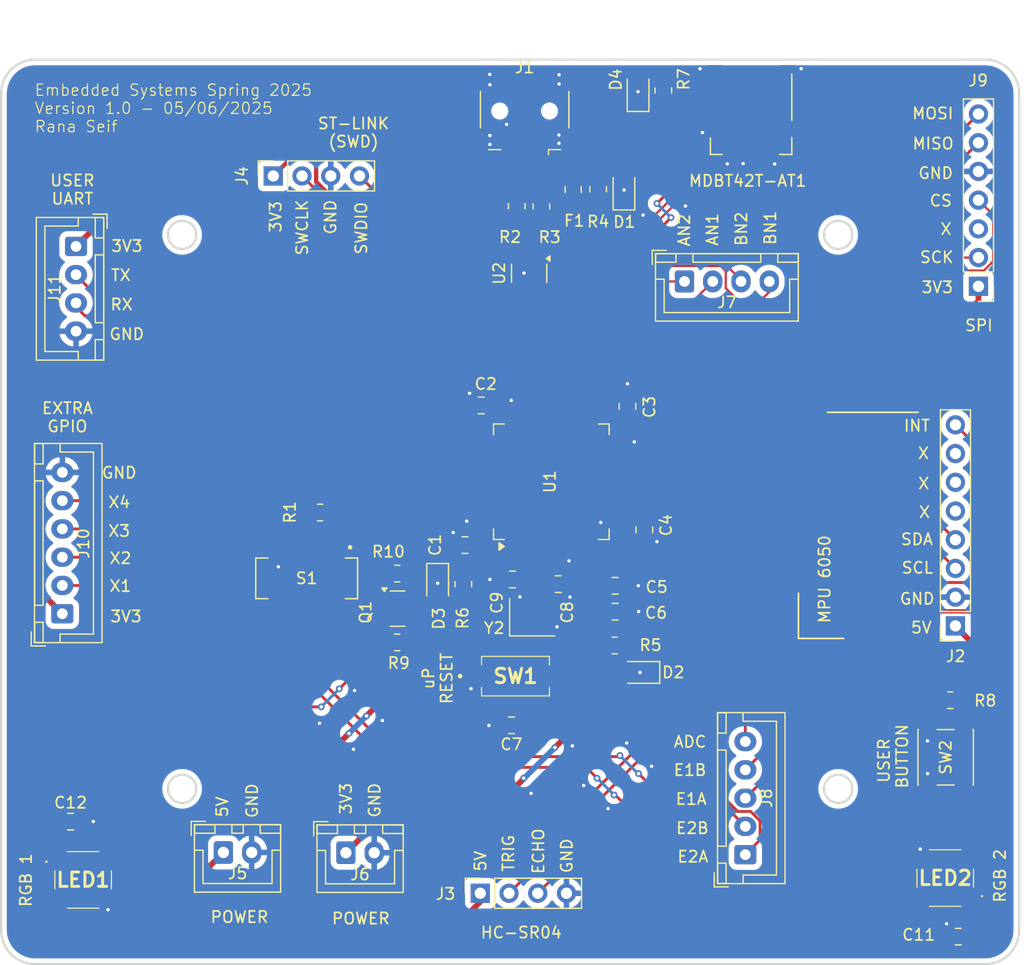
<source format=kicad_pcb>
(kicad_pcb (version 20241229) (generator "pcbnew") (generator_version "9.0")
  (layers (0 "F.Cu" signal) (2 "B.Cu" signal) (13 "F.Paste" user) (15 "B.Paste" user) (5 "F.SilkS" user "F.Silkscreen") (7 "B.SilkS" user "B.Silkscreen") (1 "F.Mask" user) (3 "B.Mask" user) (25 "Edge.Cuts" user))
  (net 0 "")
  (net 2 "/PS2_SCK")
  (net 3 "/PS2_MISO")
  (net 5 "/PS2_CS")
  (net 6 "/PS2_MOSI")
  (net 7 "Net-(U1-PA1)")
  (net 9 "/X4")
  (net 10 "/X3")
  (net 11 "/X1")
  (net 12 "/X2")
  (net 13 "/USER_TX")
  (net 16 "/USER_RX")
  (net 21 "/RESET")
  (net 28 "+3V3")
  (net 29 "GND")
  (net 33 "Net-(R1-Pad2)")
  (net 34 "/BOOT")
  (net 35 "/OSC_OUT")
  (net 36 "/OSC_IN")
  (net 37 "Net-(D1-A)")
  (net 39 "/D+")
  (net 40 "/D-")
  (net 41 "Net-(J1-VBUS)")
  (net 42 "/USB_CONN_D+")
  (net 43 "/USB_CONN_D-")
  (net 44 "Vusb")
  (net 45 "/USB_D+")
  (net 46 "/USB_D-")
  (net 47 "Net-(D2-A)")
  (net 48 "Net-(D3-A)")
  (net 49 "/USER_LED")
  (net 51 "+5V")
  (net 52 "/IMU_INT")
  (net 54 "/IMU_I2C_SCL")
  (net 56 "/IMU_I2C_SDA")
  (net 65 "Net-(D4-A)")
  (net 66 "/BL_WAKEUP")
  (net 67 "/BL_RX")
  (net 68 "/BL_TX")
  (net 69 "Net-(MDBT42T-AT1-INDICATOR)")
  (net 70 "/ULTRA_TRIG")
  (net 71 "/ULTRA_ECHO")
  (net 72 "/SWCLK")
  (net 73 "/SWDIO")
  (net 74 "/uBUTTON")
  (net 75 "/BN1")
  (net 76 "/AN1")
  (net 77 "/AN2")
  (net 78 "/BN2")
  (net 79 "/E2A")
  (net 80 "/E2B")
  (net 81 "/E1A")
  (net 82 "/E1B")
  (net 83 "/PWR_ADC")
  (net 84 "Net-(LED1-DOUT)")
  (net 85 "Net-(LED1-DIN)")
  (net 87 "/RGB_DIN")
  (footprint "Resistor_SMD:R_0805_2012Metric_Pad1.20x1.40mm_HandSolder" (layer "F.Cu") (at 137.68 42.715 -90)
    (property "Reference" "R2")
    (property "Value" "22")
  )
  (footprint "Package_QFP:LQFP-64_10x10mm_P0.5mm" (layer "F.Cu") (at 140.74 67.085 90)
    (property "Reference" "U1")
    (property "Value" "STM32F103RCTx")
  )
  (footprint "Resistor_SMD:R_0805_2012Metric_Pad1.20x1.40mm_HandSolder" (layer "F.Cu") (at 127.1175 81.3 180)
    (property "Reference" "R9")
    (property "Value" "10k")
  )
  (footprint "Resistor_SMD:R_0805_2012Metric_Pad1.20x1.40mm_HandSolder" (layer "F.Cu") (at 139.86 42.735 90)
    (property "Reference" "R3")
    (property "Value" "22")
  )
  (footprint "Capacitor_SMD:C_0805_2012Metric_Pad1.18x1.45mm_HandSolder" (layer "F.Cu") (at 98.2375 97.15)
    (property "Reference" "C12")
    (property "Value" "0.1uF")
  )
  (footprint "Connector_JST:JST_XH_B2B-XH-A_1x02_P2.50mm_Vertical" (layer "F.Cu") (at 122.58 99.9)
    (property "Reference" "J6")
    (property "Value" "CONN_3V3")
  )
  (footprint "Connector_PinHeader_2.54mm:PinHeader_1x07_P2.54mm_Vertical" (layer "F.Cu") (at 178.5 49.8 180)
    (property "Reference" "J9")
    (property "Value" "CONN_PS2")
  )
  (footprint "Connector_JST:JST_XH_B5B-XH-A_1x05_P2.50mm_Vertical" (layer "F.Cu") (at 157.89 100.07 90)
    (property "Reference" "J8")
    (property "Value" "CONN_HAL")
  )
  (footprint "Connector_PinSocket_2.54mm:PinSocket_1x08_P2.54mm_Vertical" (layer "F.Cu") (at 176.465 79.835 180)
    (property "Reference" "J2")
    (property "Value" "CONN_MPU6050")
  )
  (footprint "LED_SMD:LED_0805_2012Metric_Pad1.15x1.40mm_HandSolder" (layer "F.Cu") (at 148.41 32.475 90)
    (property "Reference" "D4")
    (property "Value" "BL_IND_LED")
  )
  (footprint "Package_TO_SOT_SMD:SOT-23" (layer "F.Cu") (at 127.1475 78.31)
    (property "Reference" "Q1")
    (property "Value" "BSS138")
  )
  (footprint "LED_SMD:LED_0805_2012Metric_Pad1.15x1.40mm_HandSolder" (layer "F.Cu") (at 130.69 76.18 -90)
    (property "Reference" "D3")
    (property "Value" "USER_LED")
  )
  (footprint "Resistor_SMD:R_0805_2012Metric_Pad1.20x1.40mm_HandSolder" (layer "F.Cu") (at 146.3475 81.57)
    (property "Reference" "R5")
    (property "Value" "10k")
  )
  (footprint "RGB_LED:INPI55TATPRPGPB" (layer "F.Cu") (at 99.35 102.3)
    (property "Reference" "LED1")
    (property "Value" "IN-PI55TATPRPGPB" (hide yes))
  )
  (footprint "Fuse:Fuse_0805_2012Metric_Pad1.15x1.40mm_HandSolder" (layer "F.Cu") (at 142.67 41.235 -90)
    (property "Reference" "F1")
    (property "Value" "PTCSMD")
  )
  (footprint "Capacitor_SMD:C_0805_2012Metric_Pad1.18x1.45mm_HandSolder" (layer "F.Cu") (at 137.3 75.73 180)
    (property "Reference" "C9")
    (property "Value" "22pF")
  )
  (footprint "Resistor_SMD:R_0805_2012Metric_Pad1.20x1.40mm_HandSolder" (layer "F.Cu") (at 127.1175 75.21 180)
    (property "Reference" "R10")
    (property "Value" "10k")
  )
  (footprint "Connector_PinSocket_2.54mm:PinSocket_1x04_P2.54mm_Vertical" (layer "F.Cu") (at 116.16 40.04 90)
    (property "Reference" "J4")
    (property "Value" "CONN_SWD")
  )
  (footprint "Resistor_SMD:R_0805_2012Metric_Pad1.20x1.40mm_HandSolder" (layer "F.Cu") (at 176 86.41)
    (property "Reference" "R8")
    (property "Value" "10k")
  )
  (footprint "Connector_JST:JST_XH_B4B-XH-A_1x04_P2.50mm_Vertical" (layer "F.Cu") (at 98.72 46.27 -90)
    (property "Reference" "J11")
    (property "Value" "CONN_UART")
  )
  (footprint "MDBT42T-AT:MDBT42T" (layer "F.Cu") (at 158.4 32.54)
    (property "Reference" "MDBT42T-AT1" (hide yes))
    (property "Value" "MDBT42T-AT" (hide yes))
  )
  (footprint "Capacitor_SMD:C_0805_2012Metric_Pad1.18x1.45mm_HandSolder" (layer "F.Cu") (at 134.54 60.34 180)
    (property "Reference" "C2")
    (property "Value" "0.1uF")
  )
  (footprint "Resistor_SMD:R_0805_2012Metric_Pad1.20x1.40mm_HandSolder" (layer "F.Cu") (at 132.96 76.15 -90)
    (property "Reference" "R6")
    (property "Value" "10k")
  )
  (footprint "Resistor_SMD:R_0805_2012Metric_Pad1.20x1.40mm_HandSolder" (layer "F.Cu") (at 150.64 32.475 90)
    (property "Reference" "R7")
    (property "Value" "10k")
  )
  (footprint "Capacitor_SMD:C_0805_2012Metric_Pad1.18x1.45mm_HandSolder" (layer "F.Cu") (at 148.96 71.34 -90)
    (property "Reference" "C4")
    (property "Value" "0.1uF")
  )
  (footprint "Package_TO_SOT_SMD:SOT-23-6" (layer "F.Cu") (at 138.78 48.6475 -90)
    (property "Reference" "U2")
    (property "Value" "USBLC6-2SC6")
  )
  (footprint "Capacitor_SMD:C_0805_2012Metric_Pad1.18x1.45mm_HandSolder" (layer "F.Cu") (at 146.39 76.29)
    (property "Reference" "C5")
    (property "Value" "0.1uF")
  )
  (footprint "Connector_PinSocket_2.54mm:PinSocket_1x04_P2.54mm_Vertical" (layer "F.Cu") (at 134.46 103.485 90)
    (property "Reference" "J3")
    (property "Value" "CONN_ULTRA")
  )
  (footprint "Connector_JST:JST_XH_B4B-XH-A_1x04_P2.50mm_Vertical" (layer "F.Cu") (at 152.51 49.37)
    (property "Reference" "J7")
    (property "Value" "CONN_DRIVE")
  )
  (footprint "Crystal:Crystal_SMD_Abracon_ABM8G-4Pin_3.2x2.5mm" (layer "F.Cu") (at 139.0525 79.07)
    (property "Reference" "Y2")
    (property "Value" "16MHz")
  )
  (footprint "SW_uP_Reset:SW_uP_Reset" (layer "F.Cu") (at 137.57 84.28)
    (property "Reference" "SW1")
    (property "Value" "SW_uP_Reset" (hide yes))
  )
  (footprint "Capacitor_SMD:C_0805_2012Metric_Pad1.18x1.45mm_HandSolder" (layer "F.Cu") (at 146.39 78.58)
    (property "Reference" "C6")
    (property "Value" "10uF")
  )
  (footprint "Connector_JST:JST_XH_B2B-XH-A_1x02_P2.50mm_Vertical" (layer "F.Cu") (at 111.75 99.875)
    (property "Reference" "J5")
    (property "Value" "CONN_5V")
  )
  (footprint "LED_SMD:LED_0805_2012Metric_Pad1.15x1.40mm_HandSolder" (layer "F.Cu") (at 148.4675 83.95 180)
    (property "Reference" "D2")
    (property "Value" "uP_PWR_LED")
  )
  (footprint "Capacitor_SMD:C_0805_2012Metric_Pad1.18x1.45mm_HandSolder" (layer "F.Cu") (at 133.1 72.69 180)
    (property "Reference" "C1")
    (property "Value" "0.1uF")
  )
  (footprint "RGB_LED:INPI55TATPRPGPB" (layer "F.Cu") (at 175.56 102.14 180)
    (property "Reference" "LED2")
    (property "Value" "IN-PI55TATPRPGPB" (hide yes))
  )
  (footprint "Capacitor_SMD:C_0805_2012Metric_Pad1.18x1.45mm_HandSolder" (layer "F.Cu") (at 141.35 76.14)
    (property "Reference" "C8")
    (property "Value" "22pF")
  )
  (footprint "Resistor_SMD:R_0805_2012Metric_Pad1.20x1.40mm_HandSolder" (layer "F.Cu") (at 120.3 69.81 180)
    (property "Reference" "R1")
    (property "Value" "10k")
  )
  (footprint "Connector_JST:JST_XH_B6B-XH-A_1x06_P2.50mm_Vertical" (layer "F.Cu") (at 97.51 78.76 90)
    (property "Reference" "J10")
    (property "Value" "CONN_TRACK")
  )
  (footprint "Capacitor_SMD:C_0805_2012Metric_Pad1.18x1.45mm_HandSolder" (layer "F.Cu") (at 147.47 60.42 90)
    (property "Reference" "C3")
    (property "Value" "0.1uF")
  )
  (footprint "Button_Switch_SMD:SW_SPST_PTS647_Sx50" (layer "F.Cu") (at 175.6 91.46 -90)
    (property "Reference" "SW2")
    (property "Value" "SW_USER")
  )
  (footprint "LED_SMD:LED_0805_2012Metric_Pad1.15x1.40mm_HandSolder" (layer "F.Cu") (at 147.16 41.185 90)
    (property "Reference" "D1")
    (property "Value" "USB_PWR_LED")
  )
  (footprint "SW_uP_Boot:SW_uP_Boot" (layer "F.Cu") (at 119.11 75.63 180)
    (property "Reference" "S1")
    (property "Value" "JS202011SCQN")
  )
  (footprint "Capacitor_SMD:C_0805_2012Metric_Pad1.18x1.45mm_HandSolder" (layer "F.Cu") (at 176.71 107.32 180)
    (property "Reference" "C11")
    (property "Value" "0.1uF")
  )
  (footprint "Connector_USB:USB_Mini-B_Lumberg_2486_01_Horizontal" (layer "F.Cu") (at 138.38 34.3 180)
    (property "Reference" "J1")
    (property "Value" "USB_B_Mini")
  )
  (footprint "Capacitor_SMD:C_0805_2012Metric_Pad1.18x1.45mm_HandSolder" (layer "F.Cu") (at 137.21 88.63 180)
    (property "Reference" "C7")
    (property "Value" "0.01uF")
  )
  (footprint "Resistor_SMD:R_0805_2012Metric_Pad1.20x1.40mm_HandSolder" (layer "F.Cu") (at 144.88 41.215 90)
    (property "Reference" "R4")
    (property "Value" "10k")
  )
  (gr_line (start 162.585 80.945) (end 166.585 80.945) (stroke (width 0.15)) (layer "F.SilkS"))
  (gr_line (start 162.585 80.945) (end 162.585 76.945) (stroke (width 0.15)) (layer "F.SilkS"))
  (gr_line (start 173.165 60.945) (end 165.165 60.945) (stroke (width 0.15)) (layer "F.SilkS"))
  (gr_arc (start 179.1 29.750001) (mid 181.22132 30.628681) (end 182.1 32.750001) (stroke (width 0.2)) (layer "Edge.Cuts"))
  (gr_arc (start 182.1 106.750001) (mid 181.22132 108.871321) (end 179.1 109.750001) (stroke (width 0.2)) (layer "Edge.Cuts"))
  (gr_line (start 179.1 29.750001) (end 95.100001 29.750001) (stroke (width 0.2)) (layer "Edge.Cuts"))
  (gr_circle (center 108.1 94.250001) (end 109.35 94.250001) (stroke (width 0.2)) (fill no) (layer "Edge.Cuts"))
  (gr_circle (center 108.1 45.250001) (end 109.35 45.250001) (stroke (width 0.2)) (fill no) (layer "Edge.Cuts"))
  (gr_line (start 179.1 109.750001) (end 95.100001 109.750001) (stroke (width 0.2)) (layer "Edge.Cuts"))
  (gr_arc (start 95.100001 109.750001) (mid 92.97868 108.871321) (end 92.1 106.75) (stroke (width 0.2)) (layer "Edge.Cuts"))
  (gr_arc (start 92.1 32.750002) (mid 92.97868 30.628681) (end 95.100001 29.750001) (stroke (width 0.2)) (layer "Edge.Cuts"))
  (gr_line (start 182.1 106.750001) (end 182.1 32.750001) (stroke (width 0.2)) (layer "Edge.Cuts"))
  (gr_circle (center 166.1 94.250001) (end 167.35 94.250001) (stroke (width 0.2)) (fill no) (layer "Edge.Cuts"))
  (gr_circle (center 166.1 45.250001) (end 167.35 45.250001) (stroke (width 0.2)) (fill no) (layer "Edge.Cuts"))
  (gr_line (start 92.1 106.75) (end 92.1 32.750002) (stroke (width 0.2)) (layer "Edge.Cuts"))
  (gr_text "5V" (at 111.65 95.84 90) (layer "F.SilkS") (effects (font (size 1 1))))
  (gr_text "X2" (at 102.65 73.85 0) (layer "F.SilkS") (effects (font (size 1 1))))
  (gr_text "ECHO" (at 139.6 99.77 90) (layer "F.SilkS") (effects (font (size 1 1))))
  (gr_text "E1B" (at 153 92.59 0) (layer "F.SilkS") (effects (font (size 1 1))))
  (gr_text "AN1" (at 154.98 44.77 90) (layer "F.SilkS") (effects (font (size 1 1))))
  (gr_text "X" (at 173.73 69.78 0) (layer "F.SilkS") (effects (font (size 1 1))))
  (gr_text "GND" (at 121.22 43.68 90) (layer "F.SilkS") (effects (font (size 1 1))))
  (gr_text "MOSI" (at 174.46 34.51 0) (layer "F.SilkS") (effects (font (size 1 1))))
  (gr_text "3V3" (at 103.22 46.24 0) (layer "F.SilkS") (effects (font (size 1 1))))
  (gr_text "E2A" (at 153.25 100.25 0) (layer "F.SilkS") (effects (font (size 1 1))))
  (gr_text "TX" (at 102.68 48.82 0) (layer "F.SilkS") (effects (font (size 1 1))))
  (gr_text "GND" (at 103.21 54.03 0) (layer "F.SilkS") (effects (font (size 1 1))))
  (gr_text "HC-SR04" (at 138.08 106.96 0) (layer "F.SilkS") (effects (font (size 1 1))))
  (gr_text "3V3" (at 116.37 43.65 90) (layer "F.SilkS") (effects (font (size 1 1))))
  (gr_text "E1A" (at 153.1 95.15 0) (layer "F.SilkS") (effects (font (size 1 1))))
  (gr_text "X" (at 175.63 44.74 0) (layer "F.SilkS") (effects (font (size 1 1))))
  (gr_text "RX" (at 102.75 51.41 0) (layer "F.SilkS") (effects (font (size 1 1))))
  (gr_text "X4" (at 102.54 68.9 0) (layer "F.SilkS") (effects (font (size 1 1))))
  (gr_text "SCL" (at 173.1 74.7 0) (layer "F.SilkS") (effects (font (size 1 1))))
  (gr_text "SDA" (at 173.06 72.18 0) (layer "F.SilkS") (effects (font (size 1 1))))
  (gr_text "POWER" (at 123.9 105.72 0) (layer "F.SilkS") (effects (font (size 1 1))))
  (gr_text "GND" (at 125.12 95.26 90) (layer "F.SilkS") (effects (font (size 1 1))))
  (gr_text "3V3" (at 174.86 49.89 0) (layer "F.SilkS") (effects (font (size 1 1))))
  (gr_text "GND" (at 114.29 95.3 90) (layer "F.SilkS") (effects (font (size 1 1))))
  (gr_text "3V3" (at 103.14 79 0) (layer "F.SilkS") (effects (font (size 1 1))))
  (gr_text "MPU 6050" (at 165.485 79.685 90) (layer "F.SilkS") (effects (font (size 1 1)) (justify left bottom)))
  (gr_text "ADC" (at 153 90.09 0) (layer "F.SilkS") (effects (font (size 1 1))))
  (gr_text "uP \nRESET " (at 130.68 84.1 90) (layer "F.SilkS") (effects (font (size 1 1))))
  (gr_text "RGB 1" (at 94.29 102.33 90) (layer "F.SilkS") (effects (font (size 1 1))))
  (gr_text "5V" (at 173.45 79.99 0) (layer "F.SilkS") (effects (font (size 1 1))))
  (gr_text "INT" (at 173.06 62.13 0) (layer "F.SilkS") (effects (font (size 1 1))))
  (gr_text "SWDIO" (at 123.94 44.66 90) (layer "F.SilkS") (effects (font (size 1 1))))
  (gr_text "GND" (at 173.08 77.44 0) (layer "F.SilkS") (effects (font (size 1 1))))
  (gr_text "3V3" (at 122.58 95.11 90) (layer "F.SilkS") (effects (font (size 1 1))))
  (gr_text "SCK" (at 174.81 47.23 0) (layer "F.SilkS") (effects (font (size 1 1))))
  (gr_text "USER\nUART" (at 98.4 41.25 0) (layer "F.SilkS") (effects (font (size 1 1))))
  (gr_text "TRIG" (at 136.95 99.95 90) (layer "F.SilkS") (effects (font (size 1 1))))
  (gr_text "EXTRA\nGPIO" (at 97.96 61.39 0) (layer "F.SilkS") (effects (font (size 1 1))))
  (gr_text "GND\n" (at 174.72 39.79 0) (layer "F.SilkS") (effects (font (size 1 1))))
  (gr_text "GND" (at 102.54 66.29 0) (layer "F.SilkS") (effects (font (size 1 1))))
  (gr_text "X3" (at 102.54 71.44 0) (layer "F.SilkS") (effects (font (size 1 1))))
  (gr_text "X1" (at 102.65 76.31 0) (layer "F.SilkS") (effects (font (size 1 1))))
  (gr_text "X" (at 173.66 67.24 0) (layer "F.SilkS") (effects (font (size 1 1))))
  (gr_text "CS" (at 175.17 42.23 0) (layer "F.SilkS") (effects (font (size 1 1))))
  (gr_text "USER \nBUTTON" (at 170.95 91.37 90) (layer "F.SilkS") (effects (font (size 1 1))))
  (gr_text "BN1" (at 160.1 44.63 90) (layer "F.SilkS") (effects (font (size 1 1))))
  (gr_text "Embedded Systems Spring 2025\nVersion 1.0 - 05/06/2025\nRana Seif" (at 95 36.25 0) (layer "F.SilkS") (effects (font (size 1 1) (thickness 0.1)) (justify left bottom)))
  (gr_text "MISO" (at 174.49 37.18 0) (layer "F.SilkS") (effects (font (size 1 1))))
  (gr_text "X" (at 173.64 64.57 0) (layer "F.SilkS") (effects (font (size 1 1))))
  (gr_text "SPI" (at 178.54 53.26 0) (layer "F.SilkS") (effects (font (size 1 1))))
  (gr_text "MDBT42T-AT1" (at 158.1 40.47 0) (layer "F.SilkS") (effects (font (size 1 1))))
  (gr_text "GND" (at 142.11 100.17 90) (layer "F.SilkS") (effects (font (size 1 1))))
  (gr_text "AN2" (at 152.49 44.83 90) (layer "F.SilkS") (effects (font (size 1 1))))
  (gr_text "SWCLK" (at 118.71 44.6 90) (layer "F.SilkS") (effects (font (size 1 1))))
  (gr_text "ST-LINK\n(SWD)" (at 123.25 36.2 0) (layer "F.SilkS") (effects (font (size 1 1))))
  (gr_text "5V" (at 134.48 100.64 90) (layer "F.SilkS") (effects (font (size 1 1))))
  (gr_text "POWER" (at 113.17 105.59 0) (layer "F.SilkS") (effects (font (size 1 1))))
  (gr_text "RGB 2" (at 180.4 101.94 90) (layer "F.SilkS") (effects (font (size 1 1))))
  (gr_text "E2B" (at 153.21 97.73 0) (layer "F.SilkS") (effects (font (size 1 1))))
  (gr_text "BN2" (at 157.54 44.72 90) (layer "F.SilkS") (effects (font (size 1 1))))
  (segment (start 174.2 47.2) (end 174.26 47.26) (width 0.2) (layer "F.Cu") (net 2))
  (segment (start 143.99 61.41) (end 143.99 60.435076) (width 0.2) (layer "F.Cu") (net 2))
  (segment (start 143.99 60.435076) (end 148.112538 56.312538) (width 0.2) (layer "F.Cu") (net 2))
  (segment (start 172.56 48.84) (end 174.2 47.2) (width 0.2) (layer "F.Cu") (net 2))
  (segment (start 148.112538 56.312538) (end 169.447462 56.312538) (width 0.2) (layer "F.Cu") (net 2))
  (segment (start 169.447462 56.312538) (end 172.56 53.2) (width 0.2) (layer "F.Cu") (net 2))
  (segment (start 174.26 47.26) (end 178.5 47.26) (width 0.2) (layer "F.Cu") (net 2))
  (segment (start 172.56 53.2) (end 172.56 48.84) (width 0.2) (layer "F.Cu") (net 2))
  (segment (start 171.55 53.25) (end 171.55 39.95) (width 0.254) (layer "F.Cu") (net 3))
  (segment (start 148.219793 55.6) (end 143.49 60.329793) (width 0.254) (layer "F.Cu") (net 3))
  (segment (start 171.55 39.95) (end 173.1 38.4) (width 0.254) (layer "F.Cu") (net 3))
  (segment (start 169.2 55.6) (end 148.219793 55.6) (width 0.254) (layer "F.Cu") (net 3))
  (segment (start 143.49 60.329793) (end 143.49 61.41) (width 0.254) (layer "F.Cu") (net 3))
  (segment (start 173.1 38.4) (end 177.2 38.4) (width 0.254) (layer "F.Cu") (net 3))
  (segment (start 171.55 53.25) (end 169.2 55.6) (width 0.254) (layer "F.Cu") (net 3))
  (segment (start 177.2 38.4) (end 178.5 37.1) (width 0.254) (layer "F.Cu") (net 3))
  (segment (start 179.8 47.58776) (end 178.97676 48.411) (width 0.2) (layer "F.Cu") (net 5))
  (segment (start 178.97676 48.411) (end 175.689 48.411) (width 0.2) (layer "F.Cu") (net 5))
  (segment (start 144.49 60.502176) (end 144.49 61.41) (width 0.2) (layer "F.Cu") (net 5))
  (segment (start 173.3 50.8) (end 173.3 53.0271) (width 0.2) (layer "F.Cu") (net 5))
  (segment (start 173.3 53.0271) (end 168.7271 57.6) (width 0.2) (layer "F.Cu") (net 5))
  (segment (start 179.8 43.48) (end 179.8 47.58776) (width 0.2) (layer "F.Cu") (net 5))
  (segment (start 168.7271 57.6) (end 147.392176 57.6) (width 0.2) (layer "F.Cu") (net 5))
  (segment (start 147.392176 57.6) (end 144.49 60.502176) (width 0.2) (layer "F.Cu") (net 5))
  (segment (start 178.5 42.18) (end 179.8 43.48) (width 0.2) (layer "F.Cu") (net 5))
  (segment (start 175.689 48.411) (end 173.3 50.8) (width 0.2) (layer "F.Cu") (net 5))
  (segment (start 142.99 60.186326) (end 142.99 61.41) (width 0.254) (layer "F.Cu") (net 6))
  (segment (start 178.5 34.56) (end 177.06 36) (width 0.254) (layer "F.Cu") (net 6))
  (segment (start 170.7 38.6) (end 170.7 52.9) (width 0.254) (layer "F.Cu") (net 6))
  (segment (start 177.06 36) (end 173.3 36) (width 0.254) (layer "F.Cu") (net 6))
  (segment (start 173.3 36) (end 170.7 38.6) (width 0.254) (layer "F.Cu") (net 6))
  (segment (start 170.7 52.9) (end 168.9 54.7) (width 0.254) (layer "F.Cu") (net 6))
  (segment (start 148.476326 54.7) (end 142.99 60.186326) (width 0.254) (layer "F.Cu") (net 6))
  (segment (start 168.9 54.7) (end 148.476326 54.7) (width 0.254) (layer "F.Cu") (net 6))
  (segment (start 143.99 72.76) (end 144.49 72.76) (width 0.254) (layer "F.Cu") (net 7))
  (segment (start 100.44 68.76) (end 101.5 67.7) (width 0.254) (layer "F.Cu") (net 9))
  (segment (start 97.51 68.76) (end 100.44 68.76) (width 0.254) (layer "F.Cu") (net 9))
  (segment (start 111.2 67.7) (end 113.565 65.335) (width 0.254) (layer "F.Cu") (net 9))
  (segment (start 101.5 67.7) (end 111.2 67.7) (width 0.254) (layer "F.Cu") (net 9))
  (segment (start 113.565 65.335) (end 135.065 65.335) (width 0.254) (layer "F.Cu") (net 9))
  (segment (start 101.5 69.9) (end 100.14 71.26) (width 0.254) (layer "F.Cu") (net 10))
  (segment (start 114.165 65.835) (end 110.1 69.9) (width 0.254) (layer "F.Cu") (net 10))
  (segment (start 100.14 71.26) (end 97.51 71.26) (width 0.254) (layer "F.Cu") (net 10))
  (segment (start 110.1 69.9) (end 101.5 69.9) (width 0.254) (layer "F.Cu") (net 10))
  (segment (start 135.065 65.835) (end 114.165 65.835) (width 0.254) (layer "F.Cu") (net 10))
  (segment (start 97.51 71.19) (end 97.51 71.26) (width 0.254) (layer "F.Cu") (net 10))
  (segment (start 100.74 76.26) (end 97.51 76.26) (width 0.254) (layer "F.Cu") (net 11))
  (segment (start 115.665 66.835) (end 107.2 75.3) (width 0.254) (layer "F.Cu") (net 11))
  (segment (start 135.065 66.835) (end 115.665 66.835) (width 0.254) (layer "F.Cu") (net 11))
  (segment (start 107.2 75.3) (end 101.7 75.3) (width 0.254) (layer "F.Cu") (net 11))
  (segment (start 101.7 75.3) (end 100.74 76.26) (width 0.254) (layer "F.Cu") (net 11))
  (segment (start 108.7 72.5) (end 101.8 72.5) (width 0.254) (layer "F.Cu") (net 12))
  (segment (start 100.54 73.76) (end 97.51 73.76) (width 0.254) (layer "F.Cu") (net 12))
  (segment (start 101.8 72.5) (end 100.54 73.76) (width 0.254) (layer "F.Cu") (net 12))
  (segment (start 114.865 66.335) (end 108.7 72.5) (width 0.254) (layer "F.Cu") (net 12))
  (segment (start 135.065 66.335) (end 114.865 66.335) (width 0.254) (layer "F.Cu") (net 12))
  (segment (start 135.065 64.335) (end 118.535 64.335) (width 0.254) (layer "F.Cu") (net 13))
  (segment (start 98.72 48.82) (end 98.72 48.77) (width 0.254) (layer "F.Cu") (net 13))
  (segment (start 118.535 64.335) (end 104.3 50.1) (width 0.254) (layer "F.Cu") (net 13))
  (segment (start 104.3 50.1) (end 100 50.1) (width 0.254) (layer "F.Cu") (net 13))
  (segment (start 100 50.1) (end 98.72 48.82) (width 0.254) (layer "F.Cu") (net 13))
  (segment (start 98.72 51.62) (end 98.72 51.27) (width 0.254) (layer "F.Cu") (net 16))
  (segment (start 99.5 52.4) (end 98.72 51.62) (width 0.254) (layer "F.Cu") (net 16))
  (segment (start 117.235 64.835) (end 104.8 52.4) (width 0.254) (layer "F.Cu") (net 16))
  (segment (start 104.8 52.4) (end 99.5 52.4) (width 0.254) (layer "F.Cu") (net 16))
  (segment (start 135.065 64.835) (end 117.235 64.835) (width 0.254) (layer "F.Cu") (net 16))
  (segment (start 140.92 82.98) (end 143.5 80.4) (width 0.2) (layer "F.Cu") (net 21))
  (segment (start 140.92 84.28) (end 140.92 82.98) (width 0.2) (layer "F.Cu") (net 21))
  (segment (start 143.4 80.3) (end 143.4 75.55384) (width 0.2) (layer "F.Cu") (net 21))
  (segment (start 139.99 74.09) (end 139.99 72.76) (width 0.2) (layer "F.Cu") (net 21))
  (segment (start 140.92 85.9575) (end 138.2475 88.63) (width 0.2) (layer "F.Cu") (net 21))
  (segment (start 143.5 80.4) (end 143.4 80.3) (width 0.2) (layer "F.Cu") (net 21))
  (segment (start 143.4 75.55384) (end 142.84616 75) (width 0.2) (layer "F.Cu") (net 21))
  (segment (start 142.84616 75) (end 140.9 75) (width 0.2) (layer "F.Cu") (net 21))
  (segment (start 140.9 75) (end 139.99 74.09) (width 0.2) (layer "F.Cu") (net 21))
  (segment (start 140.92 84.28) (end 140.92 85.9575) (width 0.2) (layer "F.Cu") (net 21))
  (segment (start 178.5 51.1) (end 173.6 56) (width 0.508) (layer "F.Cu") (net 28))
  (segment (start 129.6755 70.952) (end 126.1175 74.51) (width 0.254) (layer "F.Cu") (net 28))
  (segment (start 147.295 63.335) (end 147.47 63.16) (width 0.254) (layer "F.Cu") (net 28))
  (segment (start 117.95 38.35) (end 119.3 38.35) (width 0.381) (layer "F.Cu") (net 28))
  (segment (start 133.78 71.21) (end 133.78 71.7) (width 0.254) (layer "F.Cu") (net 28))
  (segment (start 141.05 90.600001) (end 145.3475 86.302501) (width 0.508) (layer "F.Cu") (net 28))
  (segment (start 135.8 95.850001) (end 138.3 93.350001) (width 0.508) (layer "F.Cu") (net 28))
  (segment (start 180.7 53.9) (end 179.4 55.2) (width 0.381) (layer "F.Cu") (net 28))
  (segment (start 133.39375 57.43125) (end 135.5775 59.615) (width 0.508) (layer "F.Cu") (net 28))
  (segment (start 145.3525 78.58) (end 145.3525 76.29) (width 0.508) (layer "F.Cu") (net 28))
  (segment (start 135.6475 60.27) (end 135.5775 60.34) (width 0.254) (layer "F.Cu") (net 28))
  (segment (start 173.6 56) (end 170.7 58.9) (width 0.508) (layer "F.Cu") (net 28))
  (segment (start 148.4925 69.835) (end 148.96 70.3025) (width 0.254) (layer "F.Cu") (net 28))
  (segment (start 178.45 78.55) (end 172.9 78.55) (width 0.381) (layer "F.Cu") (net 28))
  (segment (start 126.1175 74.51) (end 126.1175 75.21) (width 0.254) (layer "F.Cu") (net 28))
  (segment (start 162.6 32.75) (end 159.8 35.784) (width 0.381) (layer "F.Cu") (net 28))
  (segment (start 147.47 63.16) (end 147.47 61.4575) (width 0.254) (layer "F.Cu") (net 28))
  (segment (start 117.85 38.35) (end 116.16 40.04) (width 0.381) (layer "F.Cu") (net 28))
  (segment (start 142.99 72.76) (end 142.99 70.305) (width 0.254) (layer "F.Cu") (net 28))
  (segment (start 133.298 71.198) (end 132.576127 71.198) (width 0.254) (layer "F.Cu") (net 28))
  (segment (start 119.3 38.35) (end 119.95 39) (width 0.381) (layer "F.Cu") (net 28))
  (segment (start 170.7 58.9) (end 177.4 58.9) (width 0.381) (layer "F.Cu") (net 28))
  (segment (start 108.5 42.8) (end 109.15 42.8) (width 0.508) (layer "F.Cu") (net 28))
  (segment (start 170.7 58.9) (end 151.73 58.9) (width 0.508) (layer "F.Cu") (net 28))
  (segment (start 142.99 70.305) (end 142.52 69.835) (width 0.254) (layer "F.Cu") (net 28))
  (segment (start 94.8 40.8) (end 98.2 37.4) (width 0.508) (layer "F.Cu") (net 28))
  (segment (start 129.53125 57.43125) (end 133.39375 57.43125) (width 0.508) (layer "F.Cu") (net 28))
  (segment (start 177.4 58.9) (end 179.4 60.9) (width 0.381) (layer "F.Cu") (net 28))
  (segment (start 102.19 42.8) (end 98.72 46.27) (width 0.508) (layer "F.Cu") (net 28))
  (segment (start 179.4 60.9) (end 179.4 77.05) (width 0.381) (layer "F.Cu") (net 28))
  (segment (start 171.6 79.7) (end 171.6 84.5) (width 0.381) (layer "F.Cu") (net 28))
  (segment (start 113.6 38.35) (end 117.95 38.35) (width 0.508) (layer "F.Cu") (net 28))
  (segment (start 136.66 60.27) (end 135.6475 60.27) (width 0.254) (layer "F.Cu") (net 28))
  (segment (start 171.6 84.5) (end 173.51 86.41) (width 0.381) (layer "F.Cu") (net 28))
  (segment (start 136.99 61.41) (end 136.99 60.6) (width 0.254) (layer "F.Cu") (net 28))
  (segment (start 119.95 40.55673) (end 122.418 43.02473) (width 0.381) (layer "F.Cu") (net 28))
  (segment (start 122.418 43.02473) (end 122.418 50.318) (width 0.508) (layer "F.Cu") (net 28))
  (segment (start 144.93 69.385) (end 144.48 69.835) (width 0.254) (layer "F.Cu") (net 28))
  (segment (start 142.99 73.9275) (end 145.3525 76.29) (width 0.254) (layer "F.Cu") (net 28))
  (segment (start 133.298 71.218) (end 133.298 71.198) (width 0.254) (layer "F.Cu") (net 28))
  (segment (start 122.418 50.318) (end 129.53125 57.43125) (width 0.508) (layer "F.Cu") (net 28))
  (segment (start 145.155 63.335) (end 144.93 63.56) (width 0.254) (layer "F.Cu") (net 28))
  (segment (start 133.78 71.7) (end 133.78 72.3325) (width 0.254) (layer "F.Cu") (net 28))
  (segment (start 136.99 60.6) (end 136.66 60.27) (width 0.254) (layer "F.Cu") (net 28))
  (segment (start 133.78 72.3325) (end 134.1375 72.69) (width 0.254) (layer "F.Cu") (net 28))
  (segment (start 179.4 55.2) (end 174.4 55.2) (width 0.381) (layer "F.Cu") (net 28))
  (segment (start 144.48 69.835) (end 142.52 69.835) (width 0.254) (layer "F.Cu") (net 28))
  (segment (start 126.629999 95.850001) (end 135.8 95.850001) (width 0.508) (layer "F.Cu") (net 28))
  (segment (start 144.93 63.56) (end 144.93 69.385) (width 0.254) (layer "F.Cu") (net 28))
  (segment (start 180.7 33.7) (end 180.7 53.9) (width 0.381) (layer "F.Cu") (net 28))
  (segment (start 109.15 42.8) (end 113.6 38.35) (width 0.508) (layer "F.Cu") (net 28))
  (segment (start 137.615 69.835) (end 136.99 69.21) (width 0.254) (layer "F.Cu") (net 28))
  (segment (start 103.1 37.4) (end 108.5 42.8) (width 0.508) (layer "F.Cu") (net 28))
  (segment (start 119.95 39) (end 119.95 40.55673) (width 0.381) (layer "F.Cu") (net 28))
  (segment (start 145.3475 86.302501) (end 145.3475 81.57) (width 0.508) (layer "F.Cu") (net 28))
  (segment (start 136.99 69.21) (end 136.99 61.41) (width 0.254) (layer "F.Cu") (net 28))
  (segment (start 122.58 99.9) (end 126.629999 95.850001) (width 0.508) (layer "F.Cu") (net 28))
  (segment (start 126.1175 77.2675) (end 126.21 77.36) (width 0.254) (layer "F.Cu") (net 28))
  (segment (start 142.99 72.76) (end 142.99 73.9275) (width 0.254) (layer "F.Cu") (net 28))
  (segment (start 178.5 49.8) (end 178.5 51.1) (width 0.508) (layer "F.Cu") (net 28))
  (segment (start 132.330127 70.952) (end 129.6755 70.952) (width 0.254) (layer "F.Cu") (net 28))
  (segment (start 145.3475 78.585) (end 145.3525 78.58) (width 0.508) (layer "F.Cu") (net 28))
  (segment (start 179.8 32.75) (end 180.7 33.7) (width 0.381) (layer "F.Cu") (net 28))
  (segment (start 98.2 37.4) (end 103.1 37.4) (width 0.508) (layer "F.Cu") (net 28))
  (segment (start 145.3475 81.57) (end 145.3475 78.585) (width 0.508) (layer "F.Cu") (net 28))
  (segment (start 94.8 76.05) (end 94.8 40.8) (width 0.508) (layer "F.Cu") (net 28))
  (segment (start 136.99 69.21) (end 136.99 70.45) (width 0.254) (layer "F.Cu") (net 28))
  (segment (start 97.51 78.76) (end 94.8 76.05) (width 0.508) (layer "F.Cu") (net 28))
  (segment (start 173.6 56) (end 174.4 55.2) (width 0.254) (layer "F.Cu") (net 28))
  (segment (start 132.576127 71.198) (end 132.330127 70.952) (width 0.254) (layer "F.Cu") (net 28))
  (segment (start 173.51 86.41) (end 175 86.41) (width 0.381) (layer "F.Cu") (net 28))
  (segment (start 138.3 93.350001) (end 138.3 93.300001) (width 0.508) (layer "F.Cu") (net 28))
  (segment (start 108.5 42.8) (end 102.19 42.8) (width 0.508) (layer "F.Cu") (net 28))
  (segment (start 134.155 70.835) (end 133.78 71.21) (width 0.254) (layer "F.Cu") (net 28))
  (segment (start 146.415 69.835) (end 148.4925 69.835) (width 0.254) (layer "F.Cu") (net 28))
  (segment (start 146.415 63.335) (end 147.295 63.335) (width 0.254) (layer "F.Cu") (net 28))
  (segment (start 151.73 58.9) (end 147.47 63.16) (width 0.254) (layer "F.Cu") (net 28))
  (segment (start 159.8 35.784) (end 159.8 37.74) (width 0.381) (layer "F.Cu") (net 28))
  (segment (start 117.85 38.35) (end 117.95 38.35) (width 0.381) (layer "F.Cu") (net 28))
  (segment (start 172.9 78.55) (end 171.6 79.7) (width 0.381) (layer "F.Cu") (net 28))
  (segment (start 179.4 77.05) (end 178.45 78.55) (width 0.381) (layer "F.Cu") (net 28))
  (segment (start 136.605 70.835) (end 135.065 70.835) (width 0.254) (layer "F.Cu") (net 28))
  (segment (start 146.415 69.835) (end 144.48 69.835) (width 0.254) (layer "F.Cu") (net 28))
  (segment (start 135.065 70.835) (end 134.155 70.835) (width 0.254) (layer "F.Cu") (net 28))
  (segment (start 146.415 63.335) (end 145.155 63.335) (width 0.254) (layer "F.Cu") (net 28))
  (segment (start 162.6 32.75) (end 179.8 32.75) (width 0.381) (layer "F.Cu") (net 28))
  (segment (start 135.5775 59.615) (end 135.5775 60.34) (width 0.508) (layer "F.Cu") (net 28))
  (segment (start 142.52 69.835) (end 137.615 69.835) (width 0.254) (layer "F.Cu") (net 28))
  (segment (start 133.78 71.7) (end 133.298 71.218) (width 0.254) (layer "F.Cu") (net 28))
  (segment (start 136.99 70.45) (end 136.605 70.835) (width 0.254) (layer "F.Cu") (net 28))
  (via (at 138.3 93.300001) (size 0.6) (drill 0.3) (layers "F.Cu" "B.Cu") (net 28))
  (via (at 141.05 90.600001) (size 0.6) (drill 0.3) (layers "F.Cu" "B.Cu") (net 28))
  (segment (start 138.3 93.300001) (end 138.35 93.300001) (width 0.508) (layer "B.Cu") (net 28))
  (segment (start 138.35 93.300001) (end 141.05 90.600001) (width 0.508) (layer "B.Cu") (net 28))
  (segment (start 145.465 70.335) (end 145.11 70.69) (width 0.254) (layer "F.Cu") (net 29))
  (segment (start 137.96 77.27) (end 137.96 78.2125) (width 0.508) (layer "F.Cu") (net 29))
  (segment (start 148.43 76.28) (end 147.4375 76.28) (width 0.508) (layer "F.Cu") (net 29))
  (segment (start 173.36 99.59) (end 173.35 99.58) (width 0.508) (layer "F.Cu") (net 29))
  (segment (start 135.31 75.73) (end 136.2625 75.73) (width 0.508) (layer "F.Cu") (net 29))
  (segment (start 160.5 38.98) (end 160.49 38.99) (width 0.381) (layer "F.Cu") (net 29))
  (segment (start 175.6725 106.1875) (end 175.68 106.18) (width 0.508) (layer "F.Cu") (net 29))
  (segment (start 154.1 36.2) (end 154.40853 36.2) (width 0.381) (layer "F.Cu") (net 29))
  (segment (start 100.24 97.15) (end 100.25 97.14) (width 0.508) (layer "F.Cu") (net 29))
  (segment (start 135.065 70.335) (end 133.495 70.335) (width 0.254) (layer "F.Cu") (net 29))
  (segment (start 174 88.835) (end 174 90) (width 0.508) (layer "F.Cu") (net 29))
  (segment (start 160.5 37.74) (end 160.5 38.98) (width 0.381) (layer "F.Cu") (net 29))
  (segment (start 154.40853 36.2) (end 154.44853 36.24) (width 0.381) (layer "F.Cu") (net 29))
  (segment (start 173.36 100.54) (end 173.36 99.59) (width 0.508) (layer "F.Cu") (net 29))
  (segment (start 174 94.085) (end 174 88.835) (width 0.508) (layer "F.Cu") (net 29))
  (segment (start 137.96 78.2125) (end 137.9525 78.22) (width 0.508) (layer "F.Cu") (net 29))
  (segment (start 147.4375 78.57) (end 147.4275 78.58) (width 0.508) (layer "F.Cu") (net 29))
  (segment (start 141.24 79.92) (end 140.1525 79.92) (width 0.508) (layer "F.Cu") (net 29))
  (segment (start 136.1725 88.63) (end 135.23 88.63) (width 0.508) (layer "F.Cu") (net 29))
  (segment (start 154.44853 36.24) (end 155.2 36.24) (width 0.381) (layer "F.Cu") (net 29))
  (segment (start 138.78 48.17) (end 138.32 48.63) (width 0.254) (layer "F.Cu") (net 29))
  (segment (start 148.41 33.5) (end 148.41 32.595) (width 0.508) (layer "F.Cu") (net 29))
  (segment (start 138.78 47.51) (end 138.78 48.17) (width 0.254) (layer "F.Cu") (net 29))
  (segment (start 135.23 88.63) (end 135.22 88.64) (width 0.508) (layer "F.Cu") (net 29))
  (segment (start 133.51 60.3325) (end 133.5025 60.34) (width 0.508) (layer "F.Cu") (net 29))
  (segment (start 137.49 61.41) (end 137.49 60.18) (width 0.254) (layer "F.Cu") (net 29))
  (segment (start 133.495 70.335) (end 133.26 70.57) (width 0.254) (layer "F.Cu") (net 29))
  (segment (start 142.39 76.1425) (end 142.3875 76.14) (width 0.508) (layer "F.Cu") (net 29))
  (segment (start 137.49 60.18) (end 137.2 59.89) (width 0.254) (layer "F.Cu") (net 29))
  (segment (start 132.07 71.58) (end 132.07 72.6825) (width 0.508) (layer "F.Cu") (net 29))
  (segment (start 146.415 63.835) (end 147.795 63.835) (width 0.254) (layer "F.Cu") (net 29))
  (segment (start 132.07 72.6825) (end 132.0625 72.69) (width 0.508) (layer "F.Cu") (net 29))
  (segment (start 155.2 30.54) (end 155.18 30.56) (width 0.381) (layer "F.Cu") (net 29))
  (segment (start 147.795 63.835) (end 148.07 63.56) (width 0.254) (layer "F.Cu") (net 29))
  (segment (start 133.64 85.39) (end 133.64 84.86) (width 0.508) (layer "F.Cu") (net 29))
  (segment (start 174 94.085) (end 174 92.9) (width 0.508) (layer "F.Cu") (net 29))
  (segment (start 136.78 37) (end 136.78 35.48) (width 0.381) (layer "F.Cu") (net 29))
  (segment (start 116.61 74.61) (end 116.61 72.88) (width 0.508) (layer "F.Cu") (net 29))
  (segment (start 155.18 30.56) (end 153.88 30.56) (width 0.381) (layer "F.Cu") (net 29))
  (segment (start 147.17 42.2) (end 147.16 42.21) (width 0.508) (layer "F.Cu") (net 29))
  (segment (start 174 90) (end 173.99 90.01) (width 0.508) (layer "F.Cu") (net 29))
  (segment (start 142.39 77.29) (end 142.39 76.1425) (width 0.508) (layer "F.Cu") (net 29))
  (segment (start 148.9625 72.38) (end 148.96 72.3775) (width 0.508) (layer "F.Cu") (net 29))
  (segment (start 130.69 76.07) (end 130.69 75.155) (width 0.508) (layer "F.Cu") (net 29))
  (segment (start 156.3 37.74) (end 156.3 38.97) (width 0.381) (layer "F.Cu") (net 29))
  (segment (start 157.7 37.74) (end 157.7 38.95) (width 0.381) (layer "F.Cu") (net 29))
  (segment (start 147.47 58.42) (end 147.47 59.3825) (width 0.508) (layer "F.Cu") (net 29))
  (segment (start 133.51 59.26) (end 133.51 60.3325) (width 0.508) (layer "F.Cu") (net 29))
  (segment (start 148.58 83.95) (end 149.4925 83.95) (width 0.508) (layer "F.Cu") (net 29))
  (segment (start 175.6725 107.32) (end 175.6725 106.1875) (width 0.508) (layer "F.Cu") (net 29))
  (segment (start 147.17 41.28) (end 147.17 42.2) (width 0.508) (layer "F.Cu") (net 29))
  (segment (start 133.64 84.86) (end 134.22 84.28) (width 0.508) (layer "F.Cu") (net 29))
  (segment (start 142.3 74.08) (end 142.49 73.89) (width 0.254) (layer "F.Cu") (net 29))
  (segment (start 101.55 103.9) (end 101.55 104.94) (width 0.508) (layer "F.Cu") (net 29))
  (segment (start 147.4375 76.28) (end 147.4275 76.29) (width 0.508) (layer "F.Cu") (net 29))
  (segment (start 146.415 70.335) (end 145.465 70.335) (width 0.254) (layer "F.Cu") (net 29))
  (segment (start 148.46 78.57) (end 147.4375 78.57) (width 0.508) (layer "F.Cu") (net 29))
  (segment (start 148.41 32.595) (end 148.4 32.585) (width 0.508) (layer "F.Cu") (net 29))
  (segment (start 161.6 30.54) (end 162.81 30.54) (width 0.381) (layer "F.Cu") (net 29))
  (segment (start 142.49 73.89) (end 142.49 72.76) (width 0.254) (layer "F.Cu") (net 29))
  (segment (start 150.07 72.38) (end 148.9625 72.38) (width 0.508) (layer "F.Cu") (net 29))
  (segment (start 162.81 30.54) (end 162.82 30.55) (width 0.381) (layer "F.Cu") (net 29))
  (segment (start 99.275 97.15) (end 100.24 97.15) (width 0.508) (layer "F.Cu") (net 29))
  (via (at 135.3 31.06) (size 0.6) (drill 0.3) (layers "F.Cu" "B.Cu") (net 29))
  (via (at 135.31 31.97) (size 0.6) (drill 0.3) (layers "F.Cu" "B.Cu") (net 29))
  (via (at 145.75 96.000001) (size 0.6) (drill 0.3) (layers "F.Cu" "B.Cu") (net 29))
  (via (at 138.32 48.63) (size 0.6) (drill 0.3) (layers "F.Cu" "B.Cu") (net 29))
  (via (at 101.55 104.94) (size 0.6) (drill 0.3) (layers "F.Cu" "B.Cu") (net 29))
  (via (at 136.78 35.48) (size 0.6) (drill 0.3) (layers "F.Cu" "B.Cu") (net 29))
  (via (at 125.8 88.200001) (size 0.6) (drill 0.3) (layers "F.Cu" "B.Cu") (net 29))
  (via (at 137.2 59.89) (size 0.6) (drill 0.3) (layers "F.Cu" "B.Cu") (net 29))
  (via (at 135.31 36.46) (size 0.6) (drill 0.3) (layers "F.Cu" "B.Cu") (net 29))
  (via (at 100.25 97.14) (size 0.6) (drill 0.3) (layers "F.Cu" "B.Cu") (net 29))
  (via (at 148.43 76.28) (size 0.6) (drill 0.3) (layers "F.Cu" "B.Cu") (net 29))
  (via (at 133.26 70.57) (size 0.6) (drill 0.3) (layers "F.Cu" "B.Cu") (net 29))
  (via (at 143.6 93.950001) (size 0.6) (drill 0.3) (layers "F.Cu" "B.Cu") (net 29))
  (via (at 160.49 38.99) (size 0.6) (drill 0.3) (layers "F.Cu" "B.Cu") (net 29))
  (via (at 156.3 38.97) (size 0.6) (drill 0.3) (layers "F.Cu" "B.Cu") (net 29))
  (via (at 135.31 75.73) (size 0.6) (drill 0.3) (layers "F.Cu" "B.Cu") (net 29))
  (via (at 147.4 90.200001) (size 0.6) (drill 0.3) (layers "F.Cu" "B.Cu") (net 29))
  (via (at 141.24 79.92) (size 0.6) (drill 0.3) (layers "F.Cu" "B.Cu") (net 29))
  (via (at 148.85 43.5) (size 0.6) (drill 0.3) (layers "F.Cu" "B.Cu") (net 29))
  (via (at 116.61 74.61) (size 0.6) (drill 0.3) (layers "F.Cu" "B.Cu") (net 29))
  (via (at 162.82 30.55) (size 0.6) (drill 0.3) (layers "F.Cu" "B.Cu") (net 29))
  (via (at 150.07 72.38) (size 0.6) (drill 0.3) (layers "F.Cu" "B.Cu") (net 29))
  (via (at 174 92.9) (size 0.6) (drill 0.3) (layers "F.Cu" "B.Cu") (net 29))
  (via (at 132.07 71.58) (size 0.6) (drill 0.3) (layers "F.Cu" "B.Cu") (net 29))
  (via (at 133.64 85.39) (size 0.6) (drill 0.3) (layers "F.Cu" "B.Cu") (net 29))
  (via (at 141.41 36.42) (size 0.6) (drill 0.3) (layers "F.Cu" "B.Cu") (net 29))
  (via (at 145.11 70.69) (size 0.6) (drill 0.3) (layers "F.Cu" "B.Cu") (net 29))
  (via (at 123.25 90.750001) (size 0.6) (drill 0.3) (layers "F.Cu" "B.Cu") (net 29))
  (via (at 173.35 99.58) (size 0.6) (drill 0.3) (layers "F.Cu" "B.Cu") (net 29))
  (via (at 142.6 90.450001) (size 0.6) (drill 0.3) (layers "F.Cu" "B.Cu") (net 29))
  (via (at 152.6 42.7) (size 0.6) (drill 0.3) (layers "F.Cu" "B.Cu") (net 29))
  (via (at 153.88 30.56) (size 0.6) (drill 0.3) (layers "F.Cu" "B.Cu") (net 29))
  (via (at 148.58 83.95) (size 0.6) (drill 0.3) (layers "F.Cu" "B.Cu") (net 29))
  (via (at 135.22 88.64) (size 0.6) (drill 0.3) (layers "F.Cu" "B.Cu") (net 29))
  (via (at 141.42 37.15) (size 0.6) (drill 0.3) (layers "F.Cu" "B.Cu") (net 29))
  (via (at 141.43 31.9) (size 0.6) (drill 0.3) (layers "F.Cu" "B.Cu") (net 29))
  (via (at 141.43 31.09) (size 0.6) (drill 0.3) (layers "F.Cu" "B.Cu") (net 29))
  (via (at 157.7 38.95) (size 0.6) (drill 0.3) (layers "F.Cu" "B.Cu") (net 29))
  (via (at 175.68 106.18) (size 0.6) (drill 0.3) (layers "F.Cu" "B.Cu") (net 29))
  (via (at 148.46 78.57) (size 0.6) (drill 0.3) (layers "F.Cu" "B.Cu") (net 29))
  (via (at 120.25 88.450001) (size 0.6) (drill 0.3) (layers "F.Cu" "B.Cu") (net 29))
  (via (at 149.6 92.250001) (size 0.6) (drill 0.3) (layers "F.Cu" "B.Cu") (net 29))
  (via (at 137.96 77.27) (size 0.6) (drill 0.3) (layers "F.Cu" "B.Cu") (net 29))
  (via (at 148.07 63.56) (size 0.6) (drill 0.3) (layers "F.Cu" "B.Cu") (net 29))
  (via (at 148.4 32.585) (size 0.6) (drill 0.3) (layers "F.Cu" "B.Cu") (net 29))
  (via (at 154.1 36.2) (size 0.6) (drill 0.3) (layers "F.Cu" "B.Cu") (net 29))
  (via (at 130.69 76.07) (size 0.6) (drill 0.3) (layers "F.Cu" "B.Cu") (net 29))
  (via (at 133.51 59.26) (size 0.6) (drill 0.3) (layers "F.Cu" "B.Cu") (net 29))
  (via (at 142.39 77.29) (size 0.6) (drill 0.3) (layers "F.Cu" "B.Cu") (net 29))
  (via (at 138.95 94.650001) (size 0.6) (drill 0.3) (layers "F.Cu" "B.Cu") (net 29))
  (via (at 173.99 90.01) (size 0.6) (drill 0.3) (layers "F.Cu" "B.Cu") (net 29))
  (via (at 142.3 74.08) (size 0.6) (drill 0.3) (layers "F.Cu" "B.Cu") (net 29))
  (via (at 147.47 58.42) (size 0.6) (drill 0.3) (layers "F.Cu" "B.Cu") (net 29))
  (via (at 135.31 37.25) (size 0.6) (drill 0.3) (layers "F.Cu" "B.Cu") (net 29))
  (via (at 147.17 41.28) (size 0.6) (drill 0.3) (layers "F.Cu" "B.Cu") (net 29))
  (via (at 123.35 85.550001) (size 0.6) (drill 0.3) (layers "F.Cu" "B.Cu") (net 29))
  (segment (start 119.11 72.88) (end 119.11 70) (width 0.2) (layer "F.Cu") (net 33))
  (segment (start 119.11 70) (end 119.3 69.81) (width 0.2) (layer "F.Cu") (net 33))
  (segment (start 121.3 69.81) (end 122.275 68.835) (width 0.254) (layer "F.Cu") (net 34))
  (segment (start 122.275 68.835) (end 135.065 68.835) (width 0.254) (layer "F.Cu") (net 34))
  (segment (start 140.3125 75.0325) (end 140.3125 76.14) (width 0.254) (layer "F.Cu") (net 35))
  (segment (start 139.49 74.21) (end 140.3125 75.0325) (width 0.254) (layer "F.Cu") (net 35))
  (segment (start 140.3125 78.06) (end 140.1525 78.22) (width 0.254) (layer "F.Cu") (net 35))
  (segment (start 139.49 72.76) (end 139.49 74.21) (width 0.254) (layer "F.Cu") (net 35))
  (segment (start 140.3125 76.14) (end 140.3125 78.06) (width 0.254) (layer "F.Cu") (net 35))
  (segment (start 138.69 79.92) (end 139.03 79.58) (width 0.254) (layer "F.Cu") (net 36))
  (segment (start 137.9525 79.92) (end 138.69 79.92) (width 0.254) (layer "F.Cu") (net 36))
  (segment (start 138.99 73.83) (end 138.41 74.41) (width 0.254) (layer "F.Cu") (net 36))
  (segment (start 139.03 76.4225) (end 138.3375 75.73) (width 0.254) (layer "F.Cu") (net 36))
  (segment (start 138.41 74.41) (end 138.41 75.6575) (width 0.254) (layer "F.Cu") (net 36))
  (segment (start 139.03 79.58) (end 139.03 76.4225) (width 0.254) (layer "F.Cu") (net 36))
  (segment (start 138.99 72.76) (end 138.99 73.83) (width 0.254) (layer "F.Cu") (net 36))
  (segment (start 138.41 75.6575) (end 138.3375 75.73) (width 0.254) (layer "F.Cu") (net 36))
  (segment (start 147.105 40.215) (end 144.88 40.215) (width 0.508) (layer "F.Cu") (net 37))
  (segment (start 147.16 40.16) (end 147.105 40.215) (width 0.508) (layer "F.Cu") (net 37))
  (segment (start 138.555 38.675001) (end 138.555 40.095) (width 0.2) (layer "F.Cu") (net 39))
  (segment (start 138.38 38.500001) (end 138.555 38.675001) (width 0.2) (layer "F.Cu") (net 39))
  (segment (start 138.38 37) (end 138.38 38.500001) (width 0.2) (layer "F.Cu") (net 39))
  (segment (start 138.555 40.095) (end 137.68 40.97) (width 0.2) (layer "F.Cu") (net 39))
  (segment (start 137.68 40.97) (end 137.68 41.715) (width 0.2) (layer "F.Cu") (net 39))
  (segment (start 139.18 38.500001) (end 139.005 38.675001) (width 0.2) (layer "F.Cu") (net 40))
  (segment (start 139.005 40.095) (end 139.86 40.95) (width 0.2) (layer "F.Cu") (net 40))
  (segment (start 139.86 40.95) (end 139.86 41.735) (width 0.2) (layer "F.Cu") (net 40))
  (segment (start 139.18 37) (end 139.18 38.500001) (width 0.2) (layer "F.Cu") (net 40))
  (segment (start 139.005 38.675001) (end 139.005 40.095) (width 0.2) (layer "F.Cu") (net 40))
  (segment (start 139.98 37) (end 139.98 38.59) (width 0.381) (layer "F.Cu") (net 41))
  (segment (start 140.33 38.94) (end 142.3 38.94) (width 0.381) (layer "F.Cu") (net 41))
  (segment (start 142.3 38.94) (end 142.67 39.31) (width 0.381) (layer "F.Cu") (net 41))
  (segment (start 142.67 39.31) (end 142.67 40.21) (width 0.381) (layer "F.Cu") (net 41))
  (segment (start 139.98 38.59) (end 140.33 38.94) (width 0.381) (layer "F.Cu") (net 41))
  (segment (start 138.554999 45.998197) (end 137.83 46.723196) (width 0.2) (layer "F.Cu") (net 42))
  (segment (start 137.83 46.723196) (end 137.83 47.51) (width 0.2) (layer "F.Cu") (net 42))
  (segment (start 137.68 43.715) (end 138.554999 44.589999) (width 0.2) (layer "F.Cu") (net 42))
  (segment (start 138.554999 44.589999) (end 138.554999 45.998197) (width 0.2) (layer "F.Cu") (net 42))
  (segment (start 139.73 46.536802) (end 139.73 47.51) (width 0.2) (layer "F.Cu") (net 43))
  (segment (start 139.005001 45.811803) (end 139.73 46.536802) (width 0.2) (layer "F.Cu") (net 43))
  (segment (start 139.005001 44.589999) (end 139.005001 45.811803) (width 0.2) (layer "F.Cu") (net 43))
  (segment (start 139.86 43.735) (end 139.005001 44.589999) (width 0.2) (layer "F.Cu") (net 43))
  (segment (start 138.78 49.23) (end 139.34 48.67) (width 0.254) (layer "F.Cu") (net 44))
  (segment (start 139.34 48.67) (end 142.29 48.67) (width 0.254) (layer "F.Cu") (net 44))
  (segment (start 142.29 48.67) (end 142.67 48.29) (width 0.254) (layer "F.Cu") (net 44))
  (segment (start 138.78 49.785) (end 138.78 49.23) (width 0.254) (layer "F.Cu") (net 44))
  (segment (start 142.715 42.215) (end 142.67 42.26) (width 0.508) (layer "F.Cu") (net 44))
  (segment (start 144.88 42.215) (end 142.715 42.215) (width 0.508) (layer "F.Cu") (net 44))
  (segment (start 142.67 48.29) (end 142.67 42.26) (width 0.254) (layer "F.Cu") (net 44))
  (segment (start 137.83 50.778751) (end 137.83 49.785) (width 0.2) (layer "F.Cu") (net 45))
  (segment (start 138.49 60.247499) (end 138.515 60.222499) (width 0.2) (layer "F.Cu") (net 45))
  (segment (start 138.49 61.41) (end 138.49 60.247499) (width 0.2) (layer "F.Cu") (net 45))
  (segment (start 137.83 50.778751) (end 138.515 51.46375) (width 0.2) (layer "F.Cu") (net 45))
  (segment (start 138.515 60.222499) (end 138.515 51.46375) (width 0.2) (layer "F.Cu") (net 45))
  (segment (start 138.965 51.543751) (end 139.73 50.778751) (width 0.2) (layer "F.Cu") (net 46))
  (segment (start 138.99 60.247499) (end 138.965 60.222499) (width 0.2) (layer "F.Cu") (net 46))
  (segment (start 139.73 50.778751) (end 139.73 49.785) (width 0.2) (layer "F.Cu") (net 46))
  (segment (start 138.965 60.222499) (end 138.965 51.543751) (width 0.2) (layer "F.Cu") (net 46))
  (segment (start 138.99 61.41) (end 138.99 60.247499) (width 0.2) (layer "F.Cu") (net 46))
  (segment (start 147.3475 83.855) (end 147.4425 83.95) (width 0.508) (layer "F.Cu") (net 47))
  (segment (start 147.3475 81.57) (end 147.3475 83.855) (width 0.508) (layer "F.Cu") (net 47))
  (segment (start 130.745 77.15) (end 130.69 77.205) (width 0.254) (layer "F.Cu") (net 48))
  (segment (start 132.96 77.15) (end 130.745 77.15) (width 0.254) (layer "F.Cu") (net 48))
  (segment (start 136.8 74.3) (end 137.49 73.61) (width 0.254) (layer "F.Cu") (net 49))
  (segment (start 132.96 75.15) (end 133.81 74.3) (width 0.254) (layer "F.Cu") (net 49))
  (segment (start 137.49 73.61) (end 137.49 72.76) (width 0.254) (layer "F.Cu") (net 49))
  (segment (start 133.81 74.3) (end 136.8 74.3) (width 0.254) (layer "F.Cu") (net 49))
  (segment (start 103.6 102.9) (end 104 102.9) (width 0.254) (layer "F.Cu") (net 51))
  (segment (start 105.975 104.875) (end 105.125 104.025) (width 0.508) (layer "F.Cu") (net 51))
  (segment (start 180.4 92.484342) (end 180.4 83.8) (width 0.508) (layer "F.Cu") (net 51))
  (segment (start 117.8 103.4) (end 116.8 104.4) (width 0.508) (layer "F.Cu") (net 51))
  (segment (start 97.2 97.15) (end 97.2 100.65) (width 0.508) (layer "F.Cu") (net 51))
  (segment (start 105.975 104.875) (end 107.9 106.8) (width 0.508) (layer "F.Cu") (net 51))
  (segment (start 173.1 102.25) (end 176.45 102.25) (width 0.508) (layer "F.Cu") (net 51))
  (segment (start 164.3 105.25) (end 170.194 105.25) (width 0.508) (layer "F.Cu") (net 51))
  (segment (start 180.4 95.35) (end 180.4 92.484342) (width 0.508) (layer "F.Cu") (net 51))
  (segment (start 111.75 99.875) (end 108.725 102.9) (width 0.508) (layer "F.Cu") (net 51))
  (segment (start 128.1175 84.0825) (end 124.4 87.8) (width 0.508) (layer "F.Cu") (net 51))
  (segment (start 124.4 87.8) (end 124.4 87.800001) (width 0.508) (layer "F.Cu") (net 51))
  (segment (start 97.2 100.65) (end 97.15 100.7) (width 0.254) (layer "F.Cu") (net 51))
  (segment (start 97.15 100.7) (end 99.35 102.9) (width 0.508) (layer "F.Cu") (net 51))
  (segment (start 99.35 102.9) (end 103.6 102.9) (width 0.508) (layer "F.Cu") (net 51))
  (segment (start 104 102.9) (end 104.7 103.6) (width 0.508) (layer "F.Cu") (net 51))
  (segment (start 104.7 103.6) (end 105.125 104.025) (width 0.508) (layer "F.Cu") (net 51))
  (segment (start 170.194 105.25) (end 173.1 102.25) (width 0.508) (layer "F.Cu") (net 51))
  (segment (start 134.46 104.24) (end 134.46 103.485) (width 0.254) (layer "F.Cu") (net 51))
  (segment (start 133.45 105.25) (end 164.3 105.25) (width 0.508) (layer "F.Cu") (net 51))
  (segment (start 131.9 106.8) (end 133.45 105.25) (width 0.508) (layer "F.Cu") (net 51))
  (segment (start 107.9 106.8) (end 131.9 106.8) (width 0.508) (layer "F.Cu") (net 51))
  (segment (start 164.3 105.25) (end 164.75 105.25) (width 0.254) (layer "F.Cu") (net 51))
  (segment (start 180.4 95.35) (end 178.3 97.45) (width 0.508) (layer "F.Cu") (net 51))
  (segment (start 122.856644 89.343356) (end 117.8 94.4) (width 0.508) (layer "F.Cu") (net 51))
  (segment (start 116.8 104.4) (end 105.5 104.4) (width 0.508) (layer "F.Cu") (net 51))
  (segment (start 180.4 83.8) (end 176.465 79.865) (width 0.508) (layer "F.Cu") (net 51))
  (segment (start 108.725 102.9) (end 103.6 102.9) (width 0.508) (layer "F.Cu") (net 51))
  (segment (start 177.7475 107.32) (end 177.7475 103.7525) (width 0.508) (layer "F.Cu") (net 51))
  (segment (start 164.75 105.25) (end 172.9 97.45) (width 0.508) (layer "F.Cu") (net 51))
  (segment (start 178.3 97.45) (end 172.9 97.45) (width 0.508) (layer "F.Cu") (net 51))
  (segment (start 128.1175 81.3) (end 128.1175 84.0825) (width 0.508) (layer "F.Cu") (net 51))
  (segment (start 133.45 105.25) (end 134.46 104.24) (width 0.508) (layer "F.Cu") (net 51))
  (segment (start 117.8 94.4) (end 117.8 103.4) (width 0.508) (layer "F.Cu") (net 51))
  (segment (start 105.5 104.4) (end 104.7 103.6) (width 0.508) (layer "F.Cu") (net 51))
  (segment (start 177.7475 103.7525) (end 177.76 103.74) (width 0.254) (layer "F.Cu") (net 51))
  (segment (start 176.465 79.865) (end 176.465 79.835) (width 0.254) (layer "F.Cu") (net 51))
  (segment (start 176.45 102.25) (end 177.76 103.74) (width 0.508) (layer "F.Cu") (net 51))
  (via (at 124.4 87.800001) (size 0.6) (drill 0.3) (layers "F.Cu" "B.Cu") (net 51))
  (via (at 122.856644 89.343356) (size 0.6) (drill 0.3) (layers "F.Cu" "B.Cu") (net 51))
  (segment (start 124.4 87.800001) (end 122.856644 89.343356) (width 0.508) (layer "B.Cu") (net 51))
  (segment (start 177.616 63.206) (end 176.465 62.055) (width 0.254) (layer "F.Cu") (net 52))
  (segment (start 146.415 65.335) (end 160.235 65.335) (width 0.254) (layer "F.Cu") (net 52))
  (segment (start 177.5 76) (end 170.9 76) (width 0.254) (layer "F.Cu") (net 52))
  (segment (start 178.1 63.7) (end 178.1 75.4) (width 0.254) (layer "F.Cu") (net 52))
  (segment (start 160.235 65.335) (end 170.8 75.9) (width 0.254) (layer "F.Cu") (net 52))
  (segment (start 178.1 75.4) (end 177.5 76) (width 0.254) (layer "F.Cu") (net 52))
  (segment (start 177.616 63.206) (end 177.616 63.216) (width 0.254) (layer "F.Cu") (net 52))
  (segment (start 177.616 63.216) (end 178.1 63.7) (width 0.254) (layer "F.Cu") (net 52))
  (segment (start 170.9 76) (end 170.8 75.9) (width 0.254) (layer "F.Cu") (net 52))
  (segment (start 169.8 73.48355) (end 175.19355 73.48355) (width 0.254) (layer "F.Cu") (net 54))
  (segment (start 169.58355 73.48355) (end 169.8 73.48355) (width 0.254) (layer "F.Cu") (net 54))
  (segment (start 146.415 64.835) (end 160.935 64.835) (width 0.254) (layer "F.Cu") (net 54))
  (segment (start 175.19355 73.48355) (end 176.465 74.755) (width 0.254) (layer "F.Cu") (net 54))
  (segment (start 160.935 64.835) (end 169.58355 73.48355) (width 0.254) (layer "F.Cu") (net 54))
  (segment (start 168.4 71) (end 175.25 71) (width 0.254) (layer "F.Cu") (net 56))
  (segment (start 146.415 64.335) (end 161.735 64.335) (width 0.254) (layer "F.Cu") (net 56))
  (segment (start 161.735 64.335) (end 168.4 71) (width 0.254) (layer "F.Cu") (net 56))
  (segment (start 175.25 71) (end 176.465 72.215) (width 0.254) (layer "F.Cu") (net 56))
  (segment (start 148.41 31.45) (end 150.615 31.45) (width 0.2) (layer "F.Cu") (net 65))
  (segment (start 150.615 31.45) (end 150.64 31.475) (width 0.2) (layer "F.Cu") (net 65))
  (segment (start 151.372 41.17947) (end 151.372 36.905673) (width 0.254) (layer "F.Cu") (net 66))
  (segment (start 154.137673 34.14) (end 155.2 34.14) (width 0.254) (layer "F.Cu") (net 66))
  (segment (start 151.372 36.905673) (end 154.137673 34.14) (width 0.254) (layer "F.Cu") (net 66))
  (segment (start 140.49 54.55853) (end 140.49 61.41) (width 0.254) (layer "F.Cu") (net 66))
  (segment (start 150.075735 42.475735) (end 151.372 41.17947) (width 0.254) (layer "F.Cu") (net 66))
  (segment (start 151.324265 43.724265) (end 140.49 54.55853) (width 0.254) (layer "F.Cu") (net 66))
  (via (at 151.324265 43.724265) (size 0.6) (drill 0.3) (layers "F.Cu" "B.Cu") (net 66))
  (via (at 150.075735 42.475735) (size 0.6) (drill 0.3) (layers "F.Cu" "B.Cu") (net 66))
  (segment (start 151.324265 43.724265) (end 150.075735 42.475735) (width 0.254) (layer "B.Cu") (net 66))
  (segment (start 139.99 54.21) (end 152.6 41.6) (width 0.2) (layer "F.Cu") (net 67))
  (segment (start 153.910057 35.54) (end 155.2 35.54) (width 0.2) (layer "F.Cu") (net 67))
  (segment (start 152.6 36.850057) (end 153.910057 35.54) (width 0.2) (layer "F.Cu") (net 67))
  (segment (start 152.6 41.6) (end 152.6 36.850057) (width 0.2) (layer "F.Cu") (net 67))
  (segment (start 139.99 61.41) (end 139.99 54.21) (width 0.2) (layer "F.Cu") (net 67))
  (segment (start 154.042957 34.84) (end 155.2 34.84) (width 0.2) (layer "F.Cu") (net 68))
  (segment (start 151.8 41.6) (end 151.8 37.082957) (width 0.2) (layer "F.Cu") (net 68))
  (segment (start 139.49 61.41) (end 139.49 53.91) (width 0.2) (layer "F.Cu") (net 68))
  (segment (start 139.49 53.91) (end 151.8 41.6) (width 0.2) (layer "F.Cu") (net 68))
  (segment (start 151.8 37.082957) (end 154.042957 34.84) (width 0.2) (layer "F.Cu") (net 68))
  (segment (start 150.64 33.475) (end 155.165 33.475) (width 0.2) (layer "F.Cu") (net 69))
  (segment (start 155.165 33.475) (end 155.2 33.44) (width 0.2) (layer "F.Cu") (net 69))
  (segment (start 154.2 77.9) (end 154.2 84.8) (width 0.254) (layer "F.Cu") (net 70))
  (segment (start 138.3 97) (end 138.3 102.185) (width 0.254) (layer "F.Cu") (net 70))
  (segment (start 143.49 73.607008) (end 144.482992 74.6) (width 0.254) (layer "F.Cu") (net 70))
  (segment (start 138.3 102.185) (end 137 103.485) (width 0.254) (layer "F.Cu") (net 70))
  (segment (start 144.482992 74.6) (end 150.9 74.6) (width 0.254) (layer "F.Cu") (net 70))
  (segment (start 139.5 95.8) (end 138.3 97) (width 0.254) (layer "F.Cu") (net 70))
  (segment (start 143.49 72.76) (end 143.49 73.607008) (width 0.254) (layer "F.Cu") (net 70))
  (segment (start 150.9 74.6) (end 154.2 77.9) (width 0.254) (layer "F.Cu") (net 70))
  (segment (start 154.2 84.8) (end 143.2 95.8) (width 0.254) (layer "F.Cu") (net 70))
  (segment (start 143.2 95.8) (end 139.5 95.8) (width 0.254) (layer "F.Cu") (net 70))
  (segment (start 147.4 73.1) (end 147.4 71.82) (width 0.254) (layer "F.Cu") (net 71))
  (segment (start 155 85.2) (end 155 77.2) (width 0.254) (layer "F.Cu") (net 71))
  (segment (start 148.3 74) (end 147.4 73.1) (width 0.254) (layer "F.Cu") (net 71))
  (segment (start 139.54 103.485) (end 140.9 102.125) (width 0.254) (layer "F.Cu") (net 71))
  (segment (start 140.9 102.125) (end 140.9 99.3) (width 0.254) (layer "F.Cu") (net 71))
  (segment (start 151.8 74) (end 148.3 74) (width 0.254) (layer "F.Cu") (net 71))
  (segment (start 140.9 99.3) (end 155 85.2) (width 0.254) (layer "F.Cu") (net 71))
  (segment (start 147.4 71.82) (end 146.415 70.835) (width 0.254) (layer "F.Cu") (net 71))
  (segment (start 155 77.2) (end 151.8 74) (width 0.254) (layer "F.Cu") (net 71))
  (segment (start 130.235 63.335) (end 135.065 63.335) (width 0.254) (layer "F.Cu") (net 72))
  (segment (start 118.7 40.04) (end 119.9 41.24) (width 0.254) (layer "F.Cu") (net 72))
  (segment (start 119.9 53) (end 130.235 63.335) (width 0.254) (layer "F.Cu") (net 72))
  (segment (start 119.9 41.24) (end 119.9 53) (width 0.254) (layer "F.Cu") (net 72))
  (segment (start 125.5 41.76) (end 123.78 40.04) (width 0.254) (layer "F.Cu") (net 73))
  (segment (start 136.9 56.21) (end 136.9 56.2) (width 0.2) (layer "F.Cu") (net 73))
  (segment (start 137.99 57.3) (end 136.9 56.21) (width 0.254) (layer "F.Cu") (net 73))
  (segment (start 125.5 51.8) (end 125.5 41.76) (width 0.254) (layer "F.Cu") (net 73))
  (segment (start 137.99 57.7) (end 137.99 57.3) (width 0.2) (layer "F.Cu") (net 73))
  (segment (start 129.9 56.2) (end 125.5 51.8) (width 0.254) (layer "F.Cu") (net 73))
  (segment (start 137.99 61.41) (end 137.99 57.7) (width 0.254) (layer "F.Cu") (net 73))
  (segment (start 136.9 56.2) (end 129.9 56.2) (width 0.254) (layer "F.Cu") (net 73))
  (segment (start 175.678 87.732) (end 177 86.41) (width 0.254) (layer "F.Cu") (net 74))
  (segment (start 177 88.635) (end 177.2 88.835) (width 0.2) (layer "F.Cu") (net 74))
  (segment (start 167.932 87.732) (end 175.678 87.732) (width 0.254) (layer "F.Cu") (net 74))
  (segment (start 156.925 66.335) (end 161.7 71.11) (width 0.254) (layer "F.Cu") (net 74))
  (segment (start 161.7 81.5) (end 167.932 87.732) (width 0.254) (layer "F.Cu") (net 74))
  (segment (start 161.7 71.11) (end 161.7 81.5) (width 0.254) (layer "F.Cu") (net 74))
  (segment (start 177 86.41) (end 177 88.635) (width 0.254) (layer "F.Cu") (net 74))
  (segment (start 177.2 94.085) (end 177.2 88.835) (width 0.254) (layer "F.Cu") (net 74))
  (segment (start 146.415 66.335) (end 156.925 66.335) (width 0.254) (layer "F.Cu") (net 74))
  (segment (start 160.01 50.29) (end 159 51.3) (width 0.2) (layer "F.Cu") (net 75))
  (segment (start 156.161 49.97176) (end 156.161 48.461) (width 0.2) (layer "F.Cu") (net 75))
  (segment (start 159 51.3) (end 157.48924 51.3) (width 0.2) (layer "F.Cu") (net 75))
  (segment (start 156.161 48.461) (end 155.7 48) (width 0.2) (layer "F.Cu") (net 75))
  (segment (start 148.7 48) (end 141.49 55.21) (width 0.2) (layer "F.Cu") (net 75))
  (segment (start 160.01 49.37) (end 160.01 50.29) (width 0.2) (layer "F.Cu") (net 75))
  (segment (start 141.49 55.21) (end 141.49 61.41) (width 0.2) (layer "F.Cu") (net 75))
  (segment (start 157.48924 51.3) (end 156.161 49.97176) (width 0.2) (layer "F.Cu") (net 75))
  (segment (start 155.7 48) (end 148.7 48) (width 0.2) (layer "F.Cu") (net 75))
  (segment (start 142.49 56.31) (end 142.49 61.41) (width 0.2) (layer "F.Cu") (net 76))
  (segment (start 153.38 51) (end 147.8 51) (width 0.2) (layer "F.Cu") (net 76))
  (segment (start 147.8 51) (end 142.49 56.31) (width 0.2) (layer "F.Cu") (net 76))
  (segment (start 155.01 49.37) (end 153.38 51) (width 0.2) (layer "F.Cu") (net 76))
  (segment (start 154.93 49.37) (end 155.01 49.37) (width 0.2) (layer "F.Cu") (net 76))
  (segment (start 141.99 55.81) (end 148.43 49.37) (width 0.2) (layer "F.Cu") (net 77))
  (segment (start 141.99 61.41) (end 141.99 55.81) (width 0.2) (layer "F.Cu") (net 77))
  (segment (start 148.43 49.37) (end 152.51 49.37) (width 0.2) (layer "F.Cu") (net 77))
  (segment (start 157.51 49.37) (end 157.51 49.2429) (width 0.2) (layer "F.Cu") (net 78))
  (segment (start 157.51 49.2429) (end 155.8661 47.599) (width 0.2) (layer "F.Cu") (net 78))
  (segment (start 155.8661 47.599) (end 148.301 47.599) (width 0.2) (layer "F.Cu") (net 78))
  (segment (start 140.99 59.1) (end 140.99 61.41) (width 0.2) (layer "F.Cu") (net 78))
  (segment (start 148.301 47.599) (end 140.99 54.91) (width 0.2) (layer "F.Cu") (net 78))
  (segment (start 140.99 54.91) (end 140.99 59.1) (width 0.2) (layer "F.Cu") (net 78))
  (segment (start 157.51 48.81) (end 157.51 49.37) (width 0.2) (layer "F.Cu") (net 78))
  (segment (start 127.1 91.4) (end 146.713288 91.4) (width 0.254) (layer "F.Cu") (net 79))
  (segment (start 116.365 68.335) (end 113.2 71.5) (width 0.254) (layer "F.Cu") (net 79))
  (segment (start 148.45 92.900001) (end 149.249999 93.7) (width 0.254) (layer "F.Cu") (net 79))
  (segment (start 154.663468 93.7) (end 157.211468 96.248) (width 0.254) (layer "F.Cu") (net 79))
  (segment (start 158.358944 96.248) (end 159.193 97.082056) (width 0.254) (layer "F.Cu") (net 79))
  (segment (start 159.193 98.767) (end 157.89 100.07) (width 0.254) (layer "F.Cu") (net 79))
  (segment (start 113.2 77.5) (end 127.1 91.4) (width 0.254) (layer "F.Cu") (net 79))
  (segment (start 135.065 68.335) (end 116.365 68.335) (width 0.254) (layer "F.Cu") (net 79))
  (segment (start 113.2 71.5) (end 113.2 77.5) (width 0.254) (layer "F.Cu") (net 79))
  (segment (start 149.249999 93.7) (end 154.663468 93.7) (width 0.254) (layer "F.Cu") (net 79))
  (segment (start 159.193 97.082056) (end 159.193 98.767) (width 0.254) (layer "F.Cu") (net 79))
  (segment (start 157.211468 96.248) (end 158.358944 96.248) (width 0.254) (layer "F.Cu") (net 79))
  (segment (start 146.713288 91.4) (end 146.806644 91.306644) (width 0.254) (layer "F.Cu") (net 79))
  (via (at 146.806644 91.306644) (size 0.6) (drill 0.3) (layers "F.Cu" "B.Cu") (net 79))
  (via (at 148.45 92.900001) (size 0.6) (drill 0.3) (layers "F.Cu" "B.Cu") (net 79))
  (segment (start 148.45 92.900001) (end 148.400001 92.900001) (width 0.254) (layer "B.Cu") (net 79))
  (segment (start 148.400001 92.900001) (end 146.806644 91.306644) (width 0.254) (layer "B.Cu") (net 79))
  (segment (start 126.75 92.35) (end 143.823 92.35) (width 0.254) (layer "F.Cu") (net 80))
  (segment (start 156.72 96.4) (end 157.89 97.57) (width 0.254) (layer "F.Cu") (net 80))
  (segment (start 112.745 71.311533) (end 112.745 78.345) (width 0.254) (layer "F.Cu") (net 80))
  (segment (start 148 96.4) (end 156.72 96.4) (width 0.254) (layer "F.Cu") (net 80))
  (segment (start 146.293354 94.793358) (end 146.393358 94.793358) (width 0.254) (layer "F.Cu") (net 80))
  (segment (start 146.393358 94.793358) (end 148 96.4) (width 0.254) (layer "F.Cu") (net 80))
  (segment (start 143.823 92.35) (end 144.779644 93.306644) (width 0.254) (layer "F.Cu") (net 80))
  (segment (start 116.221532 67.835) (end 112.745 71.311533) (width 0.254) (layer "F.Cu") (net 80))
  (segment (start 112.745 78.345) (end 126.75 92.35) (width 0.254) (layer "F.Cu") (net 80))
  (segment (start 135.065 67.835) (end 116.221532 67.835) (width 0.254) (layer "F.Cu") (net 80))
  (via (at 146.293354 94.793358) (size 0.6) (drill 0.3) (layers "F.Cu" "B.Cu") (net 80))
  (via (at 144.779644 93.306644) (size 0.6) (drill 0.3) (layers "F.Cu" "B.Cu") (net 80))
  (segment (start 146.293354 94.793354) (end 146.293354 94.793358) (width 0.254) (layer "B.Cu") (net 80))
  (segment (start 144.779644 93.306644) (end 144.806644 93.306644) (width 0.254) (layer "B.Cu") (net 80))
  (segment (start 144.806644 93.306644) (end 146.293354 94.793354) (width 0.254) (layer "B.Cu") (net 80))
  (segment (start 160 75.2) (end 160 92.96) (width 0.254) (layer "F.Cu") (net 81))
  (segment (start 146.415 67.835) (end 152.635 67.835) (width 0.254) (layer "F.Cu") (net 81))
  (segment (start 152.635 67.835) (end 160 75.2) (width 0.254) (layer "F.Cu") (net 81))
  (segment (start 160 92.96) (end 157.89 95.07) (width 0.254) (layer "F.Cu") (net 81))
  (segment (start 151.6021 68.335) (end 159.5 76.2329) (width 0.254) (layer "F.Cu") (net 82))
  (segment (start 159.5 90.96) (end 157.89 92.57) (width 0.254) (layer "F.Cu") (net 82))
  (segment (start 159.5 76.2329) (end 159.5 90.96) (width 0.254) (layer "F.Cu") (net 82))
  (segment (start 146.415 68.335) (end 151.6021 68.335) (width 0.254) (layer "F.Cu") (net 82))
  (segment (start 146.415 69.335) (end 151.325 69.335) (width 0.254) (layer "F.Cu") (net 83))
  (segment (start 157.89 90.07) (end 157.89 75.9) (width 0.254) (layer "F.Cu") (net 83))
  (segment (start 151.325 69.335) (end 157.89 75.9) (width 0.254) (layer "F.Cu") (net 83))
  (segment (start 169.9 108) (end 101.25 108) (width 0.254) (layer "F.Cu") (net 84))
  (segment (start 173.36 104.54) (end 169.9 108) (width 0.254) (layer "F.Cu") (net 84))
  (segment (start 173.36 103.74) (end 173.36 104.54) (width 0.254) (layer "F.Cu") (net 84))
  (segment (start 101.25 108) (end 97.15 103.9) (width 0.254) (layer "F.Cu") (net 84))
  (segment (start 112.099999 87.000001) (end 120.4 87.000001) (width 0.254) (layer "F.Cu") (net 85))
  (segment (start 109 90.1) (end 101.55 97.55) (width 0.254) (layer "F.Cu") (net 85))
  (segment (start 126.1 81.3) (end 126.1175 81.3) (width 0.254) (layer "F.Cu") (net 85))
  (segment (start 126.21 79.26) (end 126.21 81.2075) (width 0.2) (layer "F.Cu") (net 85))
  (segment (start 109 90.1) (end 112.099999 87.000001) (width 0.254) (layer "F.Cu") (net 85))
  (segment (start 101.55 97.55) (end 101.55 100.7) (width 0.254) (layer "F.Cu") (net 85))
  (segment (start 126.21 81.2075) (end 126.1175 81.3) (width 0.2) (layer "F.Cu") (net 85))
  (segment (start 121.993356 85.406644) (end 126.1 81.3) (width 0.254) (layer "F.Cu") (net 85))
  (via (at 121.993356 85.406644) (size 0.6) (drill 0.3) (layers "F.Cu" "B.Cu") (net 85))
  (via (at 120.4 87.000001) (size 0.6) (drill 0.3) (layers "F.Cu" "B.Cu") (net 85))
  (segment (start 120.4 87.000001) (end 121.993356 85.406644) (width 0.254) (layer "B.Cu") (net 85))
  (segment (start 124.534 78.31) (end 128.085 78.31) (width 0.254) (layer "F.Cu") (net 87))
  (segment (start 120.5 74.276) (end 124.534 78.31) (width 0.254) (layer "F.Cu") (net 87))
  (segment (start 128.703158 71) (end 120.984 71) (width 0.254) (layer "F.Cu") (net 87))
  (segment (start 128.1175 75.21) (end 128.1175 78.2775) (width 0.2) (layer "F.Cu") (net 87))
  (segment (start 129.868158 69.835) (end 128.703158 71) (width 0.254) (layer "F.Cu") (net 87))
  (segment (start 128.1175 78.2775) (end 128.085 78.31) (width 0.2) (layer "F.Cu") (net 87))
  (segment (start 120.5 71.484) (end 120.5 74.276) (width 0.254) (layer "F.Cu") (net 87))
  (segment (start 120.984 71) (end 120.5 71.484) (width 0.254) (layer "F.Cu") (net 87))
  (segment (start 135.065 69.835) (end 129.868158 69.835) (width 0.254) (layer "F.Cu") (net 87))
  (zone (net 29) (net_name "GND") (layer "F.Cu") (priority 1) (connect_pads yes (clearance 0.5)) (min_thickness 0.25) (fill yes (thermal_gap 0.5) (thermal_bridge_width 0.5))
    (polygon (pts (xy 140.99 35.94) (xy 140.99 37.84) (xy 142 37.84) (xy 141.98 35.99) (xy 141.98 35.94)))
  )
  (zone (net 28) (net_name "+3V3") (layer "F.Cu") (priority 2) (connect_pads yes (clearance 0.5)) (min_thickness 0.25) (fill yes (thermal_gap 0.5) (thermal_bridge_width 0.5))
    (polygon (pts (xy 120.8 71.6) (xy 120.8 74.2) (xy 121 74.4) (xy 124.95 74.4) (xy 125.25 74.8) (xy 125.25 77.6) (xy 125.45 77.85) (xy 126.95 77.85) (xy 127.15 77.65) (xy 127.15 71.75) (xy 127 71.4) (xy 121 71.4)))
  )
  (zone (net 29) (net_name "GND") (layer "F.Cu") (priority 1) (connect_pads yes (clearance 0.5)) (min_thickness 0.25) (fill yes (thermal_gap 0.5) (thermal_bridge_width 0.5))
    (polygon (pts (xy 141.08 30.53) (xy 141.08 32.43) (xy 142.09 32.43) (xy 142.07 30.58) (xy 142.07 30.53)))
  )
  (zone (net 29) (net_name "GND") (layer "F.Cu") (priority 1) (connect_pads yes (clearance 0.5)) (min_thickness 0.25) (fill yes (thermal_gap 0.5) (thermal_bridge_width 0.5))
    (polygon (pts (xy 134.77 35.94) (xy 134.77 37.84) (xy 135.78 37.84) (xy 135.76 35.99) (xy 135.76 35.94)))
  )
  (zone (net 29) (net_name "GND") (layer "F.Cu") (priority 1) (connect_pads yes (clearance 0.5)) (min_thickness 0.25) (fill yes (thermal_gap 0.5) (thermal_bridge_width 0.5))
    (polygon (pts (xy 134.72 30.54) (xy 134.72 32.44) (xy 135.73 32.44) (xy 135.71 30.59) (xy 135.71 30.54)))
  )
  (zone (net 29) (net_name "GND") (layer "B.Cu") (connect_pads (clearance 0.5)) (min_thickness 0.25) (fill yes (thermal_gap 0.5) (thermal_bridge_width 0.5))
    (polygon (pts (xy 92.1 29.750001) (xy 182.1 29.750001) (xy 182.1 109.750001) (xy 92.1 109.750001)))
  )
)
</source>
